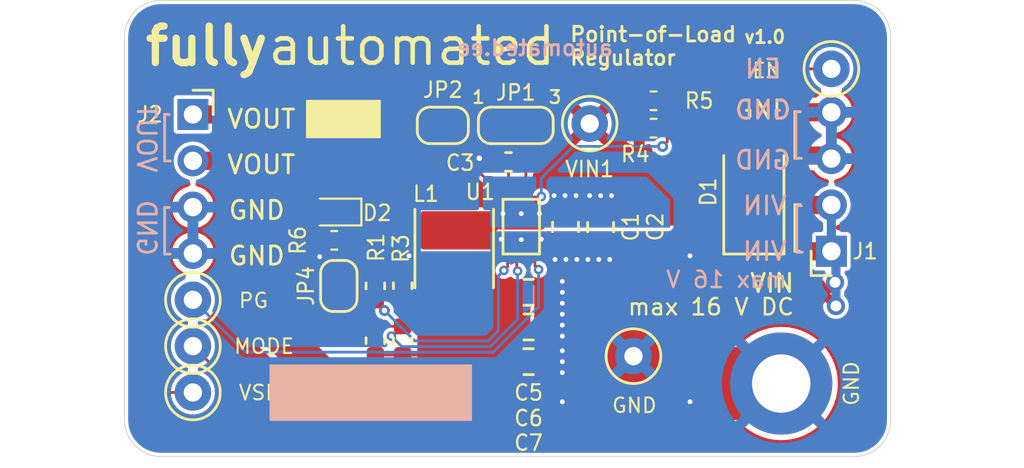
<source format=kicad_pcb>
(kicad_pcb (version 20221018) (generator pcbnew)
  (layers (0 "F.Cu" signal) (31 "B.Cu" signal) (34 "B.Paste" user) (35 "F.Paste" user) (36 "B.SilkS" user "B.Silkscreen") (37 "F.SilkS" user "F.Silkscreen") (38 "B.Mask" user) (39 "F.Mask" user) (44 "Edge.Cuts" user))
  (net 0 "")
  (net 1 "GND")
  (net 2 "/TPS62135 Power Supply/FB")
  (net 3 "+5V")
  (net 4 "VBUS")
  (net 5 "/TPS62135 Power Supply/MODE")
  (net 6 "/TPS62135 Power Supply/SW")
  (net 7 "/TPS62135 Power Supply/PGOOD")
  (net 8 "Net-(C3-Pad1)")
  (net 9 "Net-(JP2-Pad2)")
  (net 10 "Net-(JP4-Pad1)")
  (net 11 "Net-(C1-Pad1)")
  (net 12 "Net-(EN1-Pad1)")
  (net 13 "Net-(R4-Pad1)")
  (net 14 "Net-(D2-Pad1)")
  (footprint "Connector_PinSocket_2.54mm:PinSocket_1x04_P2.54mm_Horizontal" (layer "F.Cu") (at 121.75 95.25)
    (fp_text reference "J2" (at -2.35 0) (layer "F.SilkS") (effects (font (size 0.85 0.8) (thickness 0.12))))
    (fp_text value "OUT")
    (fp_line (start 0 -1.33) (end 1.11 -1.33) (stroke (width 0.1524)) (layer "F.SilkS"))
    (fp_line (start 1.11 -1.33) (end 1.11 0) (stroke (width 0.1524)) (layer "F.SilkS"))
    (pad "1" thru_hole rect (at 0 0) (size 1.7 1.7) (drill 1) (layers "*.Cu" "*.Mask") (net 3 "+5V"))
    (pad "2" thru_hole oval (at 0 2.54) (size 1.7 1.7) (drill 1) (layers "*.Cu" "*.Mask") (net 3 "+5V"))
    (pad "3" thru_hole oval (at 0 5.08) (size 1.7 1.7) (drill 1) (layers "*.Cu" "*.Mask") (net 1 "GND"))
    (pad "4" thru_hole oval (at 0 7.62) (size 1.7 1.7) (drill 1) (layers "*.Cu" "*.Mask") (net 1 "GND"))
  )
  (footprint "TestPoint:TestPoint_Loop_D1.80mm_Drill1.0mm_Beaded" (layer "F.Cu") (at 121.75 105.41)
    (fp_text reference "PG1" hide)
    (fp_text value "PG")
    (fp_circle (center 0 0) (end 1.5 0) (stroke (width 0.1524)) (fill none) (layer "F.SilkS"))
    (pad "1" thru_hole circle (at 0 0) (size 2 2) (drill 1) (layers "*.Cu" "*.Mask") (net 7 "/TPS62135 Power Supply/PGOOD"))
  )
  (footprint "TestPoint:TestPoint_Loop_D1.80mm_Drill1.0mm_Beaded" (layer "F.Cu") (at 121.75 107.95)
    (fp_text reference "MODE1" hide)
    (fp_text value "MODE")
    (fp_circle (center 0 0) (end 1.5 0) (stroke (width 0.1524)) (fill none) (layer "F.SilkS"))
    (pad "1" thru_hole circle (at 0 0) (size 2 2) (drill 1) (layers "*.Cu" "*.Mask") (net 5 "/TPS62135 Power Supply/MODE"))
  )
  (footprint "TestPoint:TestPoint_Loop_D1.80mm_Drill1.0mm_Beaded" (layer "F.Cu") (at 121.75 110.49)
    (fp_text reference "VSEL1" hide)
    (fp_text value "VSEL")
    (fp_circle (center 0 0) (end 1.5 0) (stroke (width 0.1524)) (fill none) (layer "F.SilkS"))
    (pad "1" thru_hole circle (at 0 0) (size 2 2) (drill 1) (layers "*.Cu" "*.Mask") (net 9 "Net-(JP2-Pad2)"))
  )
  (footprint "Capacitor_SMD:C_0805_2012Metric" (layer "F.Cu") (at 140.15 108.8)
    (fp_text reference "C7" (at 0 4.45) (layer "F.SilkS") (effects (font (size 0.85 0.8) (thickness 0.12))))
    (fp_text value "10uF/6.3V")
    (fp_line (start -0.258578 -0.71) (end 0.258578 -0.71) (stroke (width 0.1524)) (layer "F.SilkS"))
    (fp_line (start -0.258578 0.71) (end 0.258578 0.71) (stroke (width 0.1524)) (layer "F.SilkS"))
    (pad "1" smd roundrect (at -0.9375 0) (size 0.975 1.4) (layers "F.Cu" "F.Paste" "F.Mask") (net 3 "+5V"))
    (pad "2" smd roundrect (at 0.9375 0) (size 0.975 1.4) (layers "F.Cu" "F.Paste" "F.Mask") (net 1 "GND"))
  )
  (footprint "Capacitor_SMD:C_0805_2012Metric" (layer "F.Cu") (at 142.175 101.4125 -90)
    (fp_text reference "C2" (at 0 -4.925 90) (layer "F.SilkS") (effects (font (size 0.85 0.8) (thickness 0.12))))
    (fp_text value "2.2uF/25V")
    (fp_line (start -0.258578 -0.71) (end 0.258578 -0.71) (stroke (width 0.1524)) (layer "F.SilkS"))
    (fp_line (start -0.258578 0.71) (end 0.258578 0.71) (stroke (width 0.1524)) (layer "F.SilkS"))
    (pad "1" smd roundrect (at -0.9375 0 270) (size 0.975 1.4) (layers "F.Cu" "F.Paste" "F.Mask") (net 11 "Net-(C1-Pad1)"))
    (pad "2" smd roundrect (at 0.9375 0 270) (size 0.975 1.4) (layers "F.Cu" "F.Paste" "F.Mask") (net 1 "GND"))
  )
  (footprint "Automated:RGX_TI_VQFN-HR11" (layer "F.Cu") (at 139.75 101.4)
    (fp_text reference "U1" (at -2.25 -1.9) (layer "F.SilkS") (effects (font (size 0.85 0.8) (thickness 0.12))))
    (fp_text value "TPS62135")
    (fp_line (start -1 -1.5) (end -1 1.5) (stroke (width 0.1524)) (layer "F.SilkS"))
    (fp_line (start -1 1.5) (end 1 1.5) (stroke (width 0.1524)) (layer "F.SilkS"))
    (fp_line (start 1 -1.5) (end -1 -1.5) (stroke (width 0.1524)) (layer "F.SilkS"))
    (fp_line (start 1 1.5) (end 1 -1.5) (stroke (width 0.1524)) (layer "F.SilkS"))
    (pad "1" smd roundrect (at 0 -0.5) (size 2.4 0.35) (layers "F.Cu" "F.Paste" "F.Mask") (roundrect_rratio 0.1524) (net 11 "Net-(C1-Pad1)"))
    (pad "2" smd roundrect (at 0 0) (size 2.4 0.32) (layers "F.Cu" "F.Paste" "F.Mask") (roundrect_rratio 0.1524) (net 6 "/TPS62135 Power Supply/SW"))
    (pad "3" smd roundrect (at 0 0.5) (size 2.4 0.35) (layers "F.Cu" "F.Paste" "F.Mask") (roundrect_rratio 0.1524) (net 1 "GND"))
    (pad "4" smd roundrect (at -0.75 1.4) (size 0.25 0.6) (layers "F.Cu" "F.Paste" "F.Mask") (roundrect_rratio 0.1524) (net 10 "Net-(JP4-Pad1)"))
    (pad "5" smd roundrect (at -0.25 1.4) (size 0.25 0.6) (layers "F.Cu" "F.Paste" "F.Mask") (roundrect_rratio 0.1524) (net 2 "/TPS62135 Power Supply/FB"))
    (pad "6" smd roundrect (at 0.25 1.4) (size 0.25 0.6) (layers "F.Cu" "F.Paste" "F.Mask") (roundrect_rratio 0.1524) (net 3 "+5V"))
    (pad "7" smd roundrect (at 0.75 1.4) (size 0.25 0.6) (layers "F.Cu" "F.Paste" "F.Mask") (roundrect_rratio 0.1524) (net 7 "/TPS62135 Power Supply/PGOOD"))
    (pad "8" smd roundrect (at 0.75 -1.4) (size 0.25 0.6) (layers "F.Cu" "F.Paste" "F.Mask") (roundrect_rratio 0.1524) (net 13 "Net-(R4-Pad1)"))
    (pad "9" smd roundrect (at 0.25 -1.4) (size 0.25 0.6) (layers "F.Cu" "F.Paste" "F.Mask") (roundrect_rratio 0.1524) (net 8 "Net-(C3-Pad1)"))
    (pad "10" smd roundrect (at -0.25 -1.4) (size 0.25 0.6) (layers "F.Cu" "F.Paste" "F.Mask") (roundrect_rratio 0.1524) (net 5 "/TPS62135 Power Supply/MODE"))
    (pad "11" smd roundrect (at -0.75 -1.4) (size 0.25 0.6) (layers "F.Cu" "F.Paste" "F.Mask") (roundrect_rratio 0.1524) (net 9 "Net-(JP2-Pad2)"))
  )
  (footprint "Jumper:SolderJumper-2_P1.3mm_Bridged_RoundedPad1.0x1.5mm" (layer "F.Cu") (at 129.75 104.65 90)
    (fp_text reference "JP4" (at 0 -1.8 90) (layer "F.SilkS") (effects (font (size 0.85 0.8) (thickness 0.12))))
    (fp_text value "SolderJumper_2_Bridged")
    (fp_poly (pts (xy 0.25 -0.3) (xy -0.25 -0.3) (xy -0.25 0.3) (xy 0.25 0.3)) (fill solid) (layer "F.Cu"))
    (fp_line (start -1.4 0.3) (end -1.4 -0.3) (stroke (width 0.1524)) (layer "F.SilkS"))
    (fp_line (start -0.7 -1) (end 0.7 -1) (stroke (width 0.1524)) (layer "F.SilkS"))
    (fp_line (start 0.7 1) (end -0.7 1) (stroke (width 0.1524)) (layer "F.SilkS"))
    (fp_line (start 1.4 -0.3) (end 1.4 0.3) (stroke (width 0.1524)) (layer "F.SilkS"))
    (fp_arc (start -1.4 -0.3) (mid -1.194975 -0.794975) (end -0.7 -1) (stroke (width 0.1524)) (layer "F.SilkS"))
    (fp_arc (start -0.7 1) (mid -1.194975 0.794975) (end -1.4 0.3) (stroke (width 0.1524)) (layer "F.SilkS"))
    (fp_arc (start 0.7 -1) (mid 1.194975 -0.794975) (end 1.4 -0.3) (stroke (width 0.1524)) (layer "F.SilkS"))
    (fp_arc (start 1.4 0.3) (mid 1.194975 0.794975) (end 0.7 1) (stroke (width 0.1524)) (layer "F.SilkS"))
    (pad "1" smd custom (at -0.65 0 90) (size 1 0.5) (layers "F.Cu" "F.Mask") (net 10 "Net-(JP4-Pad1)") (options (clearance outline) (anchor rect)) (primitives (gr_circle (center 0 0.25) (end 0.5 0.25) (width 0) (fill yes)) (gr_circle (center 0 -0.25) (end 0.5 -0.25) (width 0) (fill yes)) (gr_poly (pts (xy 0 -0.75) (xy 0.5 -0.75) (xy 0.5 0.75) (xy 0 0.75)) (width 0) (fill yes))))
    (pad "2" smd custom (at 0.65 0 90) (size 1 0.5) (layers "F.Cu" "F.Mask") (net 1 "GND") (options (clearance outline) (anchor rect)) (primitives (gr_circle (center 0 0.25) (end 0.5 0.25) (width 0) (fill yes)) (gr_circle (center 0 -0.25) (end 0.5 -0.25) (width 0) (fill yes)) (gr_poly (pts (xy 0 -0.75) (xy -0.5 -0.75) (xy -0.5 0.75) (xy 0 0.75)) (width 0) (fill yes))))
  )
  (footprint "Jumper:SolderJumper-3_P1.3mm_Bridged12_RoundedPad1.0x1.5mm_NumberLabels" (layer "F.Cu") (at 139.45 95.85)
    (fp_text reference "JP1" (at 0 -1.8) (layer "F.SilkS") (effects (font (size 0.85 0.8) (thickness 0.12))))
    (fp_text value "SolderJumper_3_Bridged12")
    (fp_text user "3" (at 2.15 -1.55) (layer "F.SilkS") (effects (font (size 0.7 0.7) (thickness 0.12))))
    (fp_text user "1" (at -2.05 -1.55) (layer "F.SilkS") (effects (font (size 0.7 0.7) (thickness 0.12))))
    (fp_poly (pts (xy -0.9 -0.3) (xy -0.4 -0.3) (xy -0.4 0.3) (xy -0.9 0.3)) (fill solid) (layer "F.Cu"))
    (fp_line (start -2.05 0.3) (end -2.05 -0.3) (stroke (width 0.1524)) (layer "F.SilkS"))
    (fp_line (start -1.4 -1) (end 1.4 -1) (stroke (width 0.1524)) (layer "F.SilkS"))
    (fp_line (start 1.4 1) (end -1.4 1) (stroke (width 0.1524)) (layer "F.SilkS"))
    (fp_line (start 2.05 -0.3) (end 2.05 0.3) (stroke (width 0.1524)) (layer "F.SilkS"))
    (fp_arc (start -2.05 -0.3) (mid -1.844975 -0.794975) (end -1.35 -1) (stroke (width 0.1524)) (layer "F.SilkS"))
    (fp_arc (start -1.35 1) (mid -1.844975 0.794975) (end -2.05 0.3) (stroke (width 0.1524)) (layer "F.SilkS"))
    (fp_arc (start 1.35 -1) (mid 1.844975 -0.794975) (end 2.05 -0.3) (stroke (width 0.1524)) (layer "F.SilkS"))
    (fp_arc (start 2.05 0.3) (mid 1.844975 0.794975) (end 1.35 1) (stroke (width 0.1524)) (layer "F.SilkS"))
    (pad "1" smd custom (at -1.3 0) (size 1 0.5) (layers "F.Cu" "F.Mask") (net 1 "GND") (options (clearance outline) (anchor rect)) (primitives (gr_poly (pts (xy 0.55 -0.75) (xy 0 -0.75) (xy 0 0.75) (xy 0.55 0.75)) (width 0) (fill yes)) (gr_circle (center 0 0.25) (end 0.5 0.25) (width 0) (fill yes)) (gr_circle (center 0 -0.25) (end 0.5 -0.25) (width 0) (fill yes))))
    (pad "2" smd rect (at 0 0) (size 1 1.5) (layers "F.Cu" "F.Mask") (net 5 "/TPS62135 Power Supply/MODE"))
    (pad "3" smd custom (at 1.3 0) (size 1 0.5) (layers "F.Cu" "F.Mask") (net 11 "Net-(C1-Pad1)") (options (clearance outline) (anchor rect)) (primitives (gr_circle (center 0 0.25) (end 0.5 0.25) (width 0) (fill yes)) (gr_circle (center 0 -0.25) (end 0.5 -0.25) (width 0) (fill yes)) (gr_poly (pts (xy -0.55 -0.75) (xy 0 -0.75) (xy 0 0.75) (xy -0.55 0.75)) (width 0) (fill yes))))
  )
  (footprint "Resistor_SMD:R_0603_1608Metric" (layer "F.Cu") (at 131.75 104.65 90)
    (fp_text reference "R1" (at 2.1 0.05 90) (layer "F.SilkS") (effects (font (size 0.85 0.8) (thickness 0.12))))
    (fp_text value "dnp")
    (fp_line (start -0.162779 -0.51) (end 0.162779 -0.51) (stroke (width 0.1524)) (layer "F.SilkS"))
    (fp_line (start -0.162779 0.51) (end 0.162779 0.51) (stroke (width 0.1524)) (layer "F.SilkS"))
    (pad "1" smd roundrect (at -0.7875 0 90) (size 0.875 0.95) (layers "F.Cu" "F.Paste" "F.Mask") (net 10 "Net-(JP4-Pad1)"))
    (pad "2" smd roundrect (at 0.7875 0 90) (size 0.875 0.95) (layers "F.Cu" "F.Paste" "F.Mask") (net 1 "GND"))
  )
  (footprint "TestPoint:TestPoint_Loop_D1.80mm_Drill1.0mm_Beaded" (layer "F.Cu") (at 145.9 108.5)
    (fp_text reference "TP1" hide)
    (fp_text value "GND")
    (fp_circle (center 0 0) (end 1.5 0) (stroke (width 0.1524)) (fill none) (layer "F.SilkS"))
    (pad "1" thru_hole circle (at 0 0) (size 2 2) (drill 1) (layers "*.Cu" "*.Mask") (net 1 "GND"))
  )
  (footprint "Capacitor_SMD:C_0603_1608Metric" (layer "F.Cu") (at 131.75 107.65 90)
    (fp_text reference "C4" (at -2.15 0 90) (layer "F.SilkS") (effects (font (size 0.85 0.8) (thickness 0.12))))
    (fp_text value "22pF/50V")
    (fp_line (start -0.162779 -0.51) (end 0.162779 -0.51) (stroke (width 0.1524)) (layer "F.SilkS"))
    (fp_line (start -0.162779 0.51) (end 0.162779 0.51) (stroke (width 0.1524)) (layer "F.SilkS"))
    (pad "1" smd roundrect (at -0.7875 0 90) (size 0.875 0.95) (layers "F.Cu" "F.Paste" "F.Mask") (net 3 "+5V"))
    (pad "2" smd roundrect (at 0.7875 0 90) (size 0.875 0.95) (layers "F.Cu" "F.Paste" "F.Mask") (net 2 "/TPS62135 Power Supply/FB"))
  )
  (footprint "Capacitor_SMD:C_0603_1608Metric" (layer "F.Cu") (at 139.05 97.85 180)
    (fp_text reference "C3" (at 2.65 -0.05) (layer "F.SilkS") (effects (font (size 0.85 0.8) (thickness 0.12))))
    (fp_text value "100nF/25V")
    (fp_line (start -0.162779 -0.51) (end 0.162779 -0.51) (stroke (width 0.1524)) (layer "F.SilkS"))
    (fp_line (start -0.162779 0.51) (end 0.162779 0.51) (stroke (width 0.1524)) (layer "F.SilkS"))
    (pad "1" smd roundrect (at -0.7875 0 180) (size 0.875 0.95) (layers "F.Cu" "F.Paste" "F.Mask") (net 8 "Net-(C3-Pad1)"))
    (pad "2" smd roundrect (at 0.7875 0 180) (size 0.875 0.95) (layers "F.Cu" "F.Paste" "F.Mask") (net 1 "GND"))
  )
  (footprint "Capacitor_SMD:C_0805_2012Metric" (layer "F.Cu") (at 144.1 101.425 -90)
    (fp_text reference "C1" (at 0 -1.65 90) (layer "F.SilkS") (effects (font (size 0.85 0.8) (thickness 0.12))))
    (fp_text value "2.2uF/25V")
    (fp_line (start -0.258578 -0.71) (end 0.258578 -0.71) (stroke (width 0.1524)) (layer "F.SilkS"))
    (fp_line (start -0.258578 0.71) (end 0.258578 0.71) (stroke (width 0.1524)) (layer "F.SilkS"))
    (pad "1" smd roundrect (at -0.9375 0 270) (size 0.975 1.4) (layers "F.Cu" "F.Paste" "F.Mask") (net 11 "Net-(C1-Pad1)"))
    (pad "2" smd roundrect (at 0.9375 0 270) (size 0.975 1.4) (layers "F.Cu" "F.Paste" "F.Mask") (net 1 "GND"))
  )
  (footprint "Resistor_SMD:R_0603_1608Metric" (layer "F.Cu") (at 133.25 104.6375 90)
    (fp_text reference "R3" (at 2.0375 -0.1 90) (layer "F.SilkS") (effects (font (size 0.85 0.8) (thickness 0.12))))
    (fp_text value "39k")
    (fp_line (start -0.162779 -0.51) (end 0.162779 -0.51) (stroke (width 0.1524)) (layer "F.SilkS"))
    (fp_line (start -0.162779 0.51) (end 0.162779 0.51) (stroke (width 0.1524)) (layer "F.SilkS"))
    (pad "1" smd roundrect (at -0.7875 0 90) (size 0.875 0.95) (layers "F.Cu" "F.Paste" "F.Mask") (net 2 "/TPS62135 Power Supply/FB"))
    (pad "2" smd roundrect (at 0.7875 0 90) (size 0.875 0.95) (layers "F.Cu" "F.Paste" "F.Mask") (net 1 "GND"))
  )
  (footprint "Capacitor_SMD:C_0805_2012Metric" (layer "F.Cu") (at 140.15 105)
    (fp_text reference "C5" (at 0 5.5) (layer "F.SilkS") (effects (font (size 0.85 0.8) (thickness 0.12))))
    (fp_text value "10uF/6.3V")
    (fp_line (start -0.258578 -0.71) (end 0.258578 -0.71) (stroke (width 0.1524)) (layer "F.SilkS"))
    (fp_line (start -0.258578 0.71) (end 0.258578 0.71) (stroke (width 0.1524)) (layer "F.SilkS"))
    (pad "1" smd roundrect (at -0.9375 0) (size 0.975 1.4) (layers "F.Cu" "F.Paste" "F.Mask") (net 3 "+5V"))
    (pad "2" smd roundrect (at 0.9375 0) (size 0.975 1.4) (layers "F.Cu" "F.Paste" "F.Mask") (net 1 "GND"))
  )
  (footprint "Resistor_SMD:R_0603_1608Metric" (layer "F.Cu") (at 133.25 107.65 90)
    (fp_text reference "R2" (at -2.15 0 90) (layer "F.SilkS") (effects (font (size 0.85 0.8) (thickness 0.12))))
    (fp_text value "240k")
    (fp_line (start -0.162779 -0.51) (end 0.162779 -0.51) (stroke (width 0.1524)) (layer "F.SilkS"))
    (fp_line (start -0.162779 0.51) (end 0.162779 0.51) (stroke (width 0.1524)) (layer "F.SilkS"))
    (pad "1" smd roundrect (at -0.7875 0 90) (size 0.875 0.95) (layers "F.Cu" "F.Paste" "F.Mask") (net 3 "+5V"))
    (pad "2" smd roundrect (at 0.7875 0 90) (size 0.875 0.95) (layers "F.Cu" "F.Paste" "F.Mask") (net 2 "/TPS62135 Power Supply/FB"))
  )
  (footprint "NetTie:NetTie-2_SMD_Pad2.0mm" (layer "F.Cu") (at 153.55 105 180)
    (fp_text reference "NT1" hide)
    (fp_text value "Net-Tie_2")
    (fp_poly (pts (xy -2 -1) (xy 2 -1) (xy 2 1) (xy -2 1)) (fill solid) (layer "F.Cu"))
    (pad "1" smd circle (at -2 0 180) (size 2 2) (layers "F.Cu") (net 4 "VBUS"))
    (pad "2" smd circle (at 2 0 180) (size 2 2) (layers "F.Cu") (net 11 "Net-(C1-Pad1)"))
  )
  (footprint "TestPoint:TestPoint_Loop_D1.80mm_Drill1.0mm_Beaded" (layer "F.Cu") (at 143.5 95.75)
    (fp_text reference "VIN1" (at 0 2.5) (layer "F.SilkS") (effects (font (size 0.85 0.8) (thickness 0.12))))
    (fp_text value "VIN")
    (fp_circle (center 0 0) (end 1.5 0) (stroke (width 0.1524)) (fill none) (layer "F.SilkS"))
    (pad "1" thru_hole circle (at 0 0) (size 2 2) (drill 1) (layers "*.Cu" "*.Mask") (net 11 "Net-(C1-Pad1)"))
  )
  (footprint "Inductor_SMD:L_Coilcraft_XxL4020" (layer "F.Cu") (at 136.075 102.6 -90)
    (fp_text reference "L1" (at -3 1.55 180) (layer "F.SilkS") (effects (font (size 0.85 0.8) (thickness 0.12))))
    (fp_text value "XGL4020-102ME_")
    (fp_line (start -2.154 -2.154) (end 2.154 -2.154) (stroke (width 0.1524)) (layer "F.SilkS"))
    (fp_line (start 2.154 2.154) (end -2.154 2.154) (stroke (width 0.1524)) (layer "F.SilkS"))
    (pad "1" smd rect (at -1.185 0 270) (size 0.98 3.4) (layers "F.Cu" "F.Paste" "F.Mask") (net 6 "/TPS62135 Power Supply/SW"))
    (pad "2" smd rect (at 1.185 0 270) (size 0.98 3.4) (layers "F.Cu" "F.Paste" "F.Mask") (net 3 "+5V"))
  )
  (footprint "Capacitor_SMD:C_0805_2012Metric" (layer "F.Cu") (at 140.15 106.9)
    (fp_text reference "C6" (at 0 5) (layer "F.SilkS") (effects (font (size 0.85 0.8) (thickness 0.12))))
    (fp_text value "10uF/6.3V")
    (fp_line (start -0.258578 -0.71) (end 0.258578 -0.71) (stroke (width 0.1524)) (layer "F.SilkS"))
    (fp_line (start -0.258578 0.71) (end 0.258578 0.71) (stroke (width 0.1524)) (layer "F.SilkS"))
    (pad "1" smd roundrect (at -0.9375 0) (size 0.975 1.4) (layers "F.Cu" "F.Paste" "F.Mask") (net 3 "+5V"))
    (pad "2" smd roundrect (at 0.9375 0) (size 0.975 1.4) (layers "F.Cu" "F.Paste" "F.Mask") (net 1 "GND"))
  )
  (footprint "Jumper:SolderJumper-2_P1.3mm_Bridged_RoundedPad1.0x1.5mm" (layer "F.Cu") (at 135.45 95.85 180)
    (fp_text reference "JP2" (at 0 1.95) (layer "F.SilkS") (effects (font (size 0.85 0.8) (thickness 0.12))))
    (fp_text value "SolderJumper_2_Bridged")
    (fp_poly (pts (xy 0.25 -0.3) (xy -0.25 -0.3) (xy -0.25 0.3) (xy 0.25 0.3)) (fill solid) (layer "F.Cu"))
    (fp_line (start -1.4 0.3) (end -1.4 -0.3) (stroke (width 0.1524)) (layer "F.SilkS"))
    (fp_line (start -0.7 -1) (end 0.7 -1) (stroke (width 0.1524)) (layer "F.SilkS"))
    (fp_line (start 0.7 1) (end -0.7 1) (stroke (width 0.1524)) (layer "F.SilkS"))
    (fp_line (start 1.4 -0.3) (end 1.4 0.3) (stroke (width 0.1524)) (layer "F.SilkS"))
    (fp_arc (start -1.4 -0.3) (mid -1.194975 -0.794975) (end -0.7 -1) (stroke (width 0.1524)) (layer "F.SilkS"))
    (fp_arc (start -0.7 1) (mid -1.194975 0.794975) (end -1.4 0.3) (stroke (width 0.1524)) (layer "F.SilkS"))
    (fp_arc (start 0.7 -1) (mid 1.194975 -0.794975) (end 1.4 -0.3) (stroke (width 0.1524)) (layer "F.SilkS"))
    (fp_arc (start 1.4 0.3) (mid 1.194975 0.794975) (end 0.7 1) (stroke (width 0.1524)) (layer "F.SilkS"))
    (pad "1" smd custom (at -0.65 0 180) (size 1 0.5) (layers "F.Cu" "F.Mask") (net 1 "GND") (options (clearance outline) (anchor rect)) (primitives (gr_circle (center 0 0.25) (end 0.5 0.25) (width 0) (fill yes)) (gr_circle (center 0 -0.25) (end 0.5 -0.25) (width 0) (fill yes)) (gr_poly (pts (xy 0 -0.75) (xy 0.5 -0.75) (xy 0.5 0.75) (xy 0 0.75)) (width 0) (fill yes))))
    (pad "2" smd custom (at 0.65 0 180) (size 1 0.5) (layers "F.Cu" "F.Mask") (net 9 "Net-(JP2-Pad2)") (options (clearance outline) (anchor rect)) (primitives (gr_circle (center 0 0.25) (end 0.5 0.25) (width 0) (fill yes)) (gr_circle (center 0 -0.25) (end 0.5 -0.25) (width 0) (fill yes)) (gr_poly (pts (xy 0 -0.75) (xy -0.5 -0.75) (xy -0.5 0.75) (xy 0 0.75)) (width 0) (fill yes))))
  )
  (footprint "Connector_PinSocket_2.54mm:PinSocket_1x04_P2.54mm_Horizontal" (layer "F.Cu") (at 156.75 102.75 180)
    (fp_text reference "J1" (at -1.85 0) (layer "F.SilkS") (effects (font (size 0.85 0.8) (thickness 0.12))))
    (fp_text value "IN")
    (fp_line (start 0 -1.33) (end 1.11 -1.33) (stroke (width 0.1524)) (layer "F.SilkS"))
    (fp_line (start 1.11 -1.33) (end 1.11 0) (stroke (width 0.1524)) (layer "F.SilkS"))
    (pad "1" thru_hole rect (at 0 0 180) (size 1.7 1.7) (drill 1) (layers "*.Cu" "*.Mask") (net 4 "VBUS"))
    (pad "2" thru_hole oval (at 0 2.54 180) (size 1.7 1.7) (drill 1) (layers "*.Cu" "*.Mask") (net 4 "VBUS"))
    (pad "3" thru_hole oval (at 0 5.08 180) (size 1.7 1.7) (drill 1) (layers "*.Cu" "*.Mask") (net 1 "GND"))
    (pad "4" thru_hole oval (at 0 7.62 180) (size 1.7 1.7) (drill 1) (layers "*.Cu" "*.Mask") (net 1 "GND"))
  )
  (footprint "TestPoint:TestPoint_Loop_D1.80mm_Drill1.0mm_Beaded" (layer "F.Cu") (at 156.75 92.75)
    (fp_text reference "EN" hide)
    (fp_text value "EN")
    (fp_circle (center 0 0) (end 1.5 0) (stroke (width 0.1524)) (fill none) (layer "F.SilkS"))
    (pad "1" thru_hole circle (at 0 0) (size 2 2) (drill 1) (layers "*.Cu" "*.Mask") (net 12 "Net-(EN1-Pad1)"))
  )
  (footprint "Diode_SMD:D_SMA" (layer "F.Cu") (at 152.5 99.5 90)
    (fp_text reference "D1" (at 0 -2.5 90) (layer "F.SilkS") (effects (font (size 0.85 0.8) (thickness 0.12))))
    (fp_text value "SMAJ15A-13-F")
    (fp_line (start -3.4 -1.65) (end -3.4 1.65) (stroke (width 0.1524)) (layer "F.SilkS"))
    (fp_line (start -3.4 -1.65) (end 2 -1.65) (stroke (width 0.1524)) (layer "F.SilkS"))
    (fp_line (start -3.4 1.65) (end 2 1.65) (stroke (width 0.1524)) (layer "F.SilkS"))
    (pad "1" smd rect (at -2 0 90) (size 2.5 1.8) (layers "F.Cu" "F.Paste" "F.Mask") (net 4 "VBUS"))
    (pad "2" smd rect (at 2 0 90) (size 2.5 1.8) (layers "F.Cu" "F.Paste" "F.Mask") (net 1 "GND"))
  )
  (footprint "MountingHole:MountingHole_3.2mm_M3_DIN965_Pad" (layer "F.Cu") (at 154 110)
    (fp_text reference "H1" hide)
    (fp_text value "MountingHole_Pad")
    (pad "1" thru_hole circle (at 0 0) (size 5.6 5.6) (drill 3.2) (layers "*.Cu" "*.Mask") (net 1 "GND"))
  )
  (footprint "Resistor_SMD:R_0603_1608Metric" (layer "F.Cu") (at 147 96 180)
    (fp_text reference "R4" (at 1 -1.43) (layer "F.SilkS") (effects (font (size 0.85 0.8) (thickness 0.12))))
    (fp_text value "10k")
    (fp_line (start -0.162779 -0.51) (end 0.162779 -0.51) (stroke (width 0.12)) (layer "F.SilkS"))
    (fp_line (start -0.162779 0.51) (end 0.162779 0.51) (stroke (width 0.12)) (layer "F.SilkS"))
    (pad "1" smd roundrect (at -0.7875 0 180) (size 0.875 0.95) (layers "F.Cu" "F.Paste" "F.Mask") (net 13 "Net-(R4-Pad1)"))
    (pad "2" smd roundrect (at 0.7875 0 180) (size 0.875 0.95) (layers "F.Cu" "F.Paste" "F.Mask") (net 11 "Net-(C1-Pad1)"))
  )
  (footprint "Resistor_SMD:R_0603_1608Metric" (layer "F.Cu") (at 147 94.5)
    (fp_text reference "R5" (at 2.5 0) (layer "F.SilkS") (effects (font (size 0.85 0.8) (thickness 0.12))))
    (fp_text value "100")
    (fp_line (start -0.162779 -0.51) (end 0.162779 -0.51) (stroke (width 0.12)) (layer "F.SilkS"))
    (fp_line (start -0.162779 0.51) (end 0.162779 0.51) (stroke (width 0.12)) (layer "F.SilkS"))
    (pad "1" smd roundrect (at -0.7875 0) (size 0.875 0.95) (layers "F.Cu" "F.Paste" "F.Mask") (net 12 "Net-(EN1-Pad1)"))
    (pad "2" smd roundrect (at 0.7875 0) (size 0.875 0.95) (layers "F.Cu" "F.Paste" "F.Mask") (net 13 "Net-(R4-Pad1)"))
  )
  (footprint "LED_SMD:LED_0603_1608Metric" (layer "F.Cu") (at 129.5 100.6 180)
    (fp_text reference "D2" (at -2.35 -0.05) (layer "F.SilkS") (effects (font (size 0.85 0.8) (thickness 0.12))))
    (fp_text value "LED_Small_ALT")
    (fp_line (start -1.485 -0.735) (end -1.485 0.735) (stroke (width 0.12)) (layer "F.SilkS"))
    (fp_line (start -1.485 0.735) (end 0.8 0.735) (stroke (width 0.12)) (layer "F.SilkS"))
    (fp_line (start 0.8 -0.735) (end -1.485 -0.735) (stroke (width 0.12)) (layer "F.SilkS"))
    (pad "1" smd roundrect (at -0.7875 0 180) (size 0.875 0.95) (layers "F.Cu" "F.Paste" "F.Mask") (net 14 "Net-(D2-Pad1)"))
    (pad "2" smd roundrect (at 0.7875 0 180) (size 0.875 0.95) (layers "F.Cu" "F.Paste" "F.Mask") (net 3 "+5V"))
  )
  (footprint "Resistor_SMD:R_0603_1608Metric" (layer "F.Cu") (at 129.5 102.15 180)
    (fp_text reference "R6" (at 2 0 90) (layer "F.SilkS") (effects (font (size 0.85 0.8) (thickness 0.12))))
    (fp_text value "2k2")
    (fp_line (start -0.162779 -0.51) (end 0.162779 -0.51) (stroke (width 0.12)) (layer "F.SilkS"))
    (fp_line (start -0.162779 0.51) (end 0.162779 0.51) (stroke (width 0.12)) (layer "F.SilkS"))
    (pad "1" smd roundrect (at -0.7875 0 180) (size 0.875 0.95) (layers "F.Cu" "F.Paste" "F.Mask") (net 14 "Net-(D2-Pad1)"))
    (pad "2" smd roundrect (at 0.7875 0 180) (size 0.875 0.95) (layers "F.Cu" "F.Paste" "F.Mask") (net 1 "GND"))
  )
  (footprint "Automated:fully_automated_logo_soldermask" (layer "B.Cu") (at 129.75 97.1 180)
    (fp_text reference "G1" hide)
    (fp_text value "Fully_Automated_Logo" hide)
    (fp_text user "automated.ee" (at -10.75 5.5) (layer "B.SilkS") (effects (font (size 0.85 0.85) (thickness 0.1524)) (justify mirror)))
  )
  (gr_line (start 154.85 102.8) (end 155.15 102.8) (stroke (width 0.1524)) (layer "B.SilkS"))
  (gr_line (start 155.1 100.25) (end 154.85 100.25) (stroke (width 0.1524)) (layer "B.SilkS"))
  (gr_line (start 154.85 100.25) (end 154.85 102.8) (stroke (width 0.1524)) (layer "B.SilkS"))
  (gr_line (start 155.05 95.1) (end 154.8 95.1) (stroke (width 0.1524)) (layer "B.SilkS"))
  (gr_line (start 154.8 95.1) (end 154.8 97.65) (stroke (width 0.1524)) (layer "B.SilkS"))
  (gr_line (start 154.8 97.65) (end 155.1 97.65) (stroke (width 0.1524)) (layer "B.SilkS"))
  (gr_poly (pts (xy 137 112) (xy 126 112) (xy 126 109) (xy 137 109)) (stroke (width 0.1)) (fill solid) (layer "B.SilkS"))
  (gr_line (start 120.2 97.8) (end 120.5 97.8) (stroke (width 0.1524)) (layer "B.SilkS"))
  (gr_line (start 120.45 95.25) (end 120.2 95.25) (stroke (width 0.1524)) (layer "B.SilkS"))
  (gr_line (start 120.2 95.25) (end 120.2 97.8) (stroke (width 0.1524)) (layer "B.SilkS"))
  (gr_line (start 120.2 100.35) (end 120.2 102.9) (stroke (width 0.1524)) (layer "B.SilkS"))
  (gr_line (start 120.45 100.35) (end 120.2 100.35) (stroke (width 0.1524)) (layer "B.SilkS"))
  (gr_line (start 120.2 102.9) (end 120.5 102.9) (stroke (width 0.1524)) (layer "B.SilkS"))
  (gr_line (start 155 102.75) (end 154.75 102.75) (stroke (width 0.1524)) (layer "F.SilkS"))
  (gr_line (start 154.75 102.75) (end 154.75 100.2) (stroke (width 0.1524)) (layer "F.SilkS"))
  (gr_line (start 154.75 100.2) (end 155.05 100.2) (stroke (width 0.1524)) (layer "F.SilkS"))
  (gr_line (start 154.75 95.1) (end 155.05 95.1) (stroke (width 0.1524)) (layer "F.SilkS"))
  (gr_line (start 155 97.65) (end 154.75 97.65) (stroke (width 0.1524)) (layer "F.SilkS"))
  (gr_line (start 154.75 97.65) (end 154.75 95.1) (stroke (width 0.1524)) (layer "F.SilkS"))
  (gr_poly (pts (xy 128 94.5) (xy 128 96.5) (xy 132 96.5) (xy 132 94.5)) (stroke (width 0.1)) (fill solid) (layer "F.SilkS"))
  (gr_line (start 118 91) (end 118 112) (stroke (width 0.05)) (layer "Edge.Cuts"))
  (gr_arc (start 120 114) (mid 118.585786 113.414214) (end 118 112) (stroke (width 0.05)) (layer "Edge.Cuts"))
  (gr_arc (start 160 112) (mid 159.414214 113.414214) (end 158 114) (stroke (width 0.05)) (layer "Edge.Cuts"))
  (gr_line (start 120 114) (end 158 114) (stroke (width 0.05)) (layer "Edge.Cuts"))
  (gr_line (start 158 89) (end 120 89) (stroke (width 0.05)) (layer "Edge.Cuts"))
  (gr_arc (start 158 89) (mid 159.414214 89.585786) (end 160 91) (stroke (width 0.05)) (layer "Edge.Cuts"))
  (gr_line (start 160 112) (end 160 91) (stroke (width 0.05)) (layer "Edge.Cuts"))
  (gr_arc (start 118 91) (mid 118.585786 89.585786) (end 120 89) (stroke (width 0.05)) (layer "Edge.Cuts"))
  (gr_text "VIN" (at 153.1 100.25) (layer "B.SilkS") (effects (font (size 1 1) (thickness 0.1524)) (justify mirror)))
  (gr_text "EN" (at 153 92.75) (layer "B.SilkS") (effects (font (size 1 1) (thickness 0.1524)) (justify mirror)))
  (gr_text "VIN" (at 153.1 102.75) (layer "B.SilkS") (effects (font (size 1 1) (thickness 0.1524)) (justify mirror)))
  (gr_text "GND" (at 153 97.75) (layer "B.SilkS") (effects (font (size 1 1) (thickness 0.1524)) (justify mirror)))
  (gr_text "GND" (at 153 95) (layer "B.SilkS") (effects (font (size 1 1) (thickness 0.1524)) (justify mirror)))
  (gr_text "max 16 V" (at 151 104.3) (layer "B.SilkS") (effects (font (size 0.9 0.9) (thickness 0.13)) (justify mirror)))
  (gr_text "GND  VOUT" (at 119.2 98.85 270) (layer "B.SilkS") (effects (font (size 1 1)) (justify mirror)))
  (gr_text "VOUT" (at 125.5 98) (layer "F.SilkS") (effects (font (size 1 1) (thickness 0.1524))))
  (gr_text "VOUT" (at 125.5 95.5) (layer "F.SilkS") (effects (font (size 1 1) (thickness 0.1524))))
  (gr_text "fully" (at 122.5 91.5) (layer "F.SilkS") (effects (font (size 2 2) (thickness 0.4))))
  (gr_text "automated" (at 133.75 91.5) (layer "F.SilkS") (effects (font (size 2 2) (thickness 0.25))))
  (gr_text "v1.0" (at 153.1 91) (layer "F.SilkS") (effects (font (size 0.7 0.7))))
  (gr_text "max 16 V DC" (at 150.15 105.8) (layer "F.SilkS") (effects (font (size 0.9 0.9) (thickness 0.13))))
  (gr_text "GND" (at 145.95 111.2) (layer "F.SilkS") (effects (font (size 0.8 0.8) (thickness 0.11))))
  (gr_text "GND" (at 157.85 110 90) (layer "F.SilkS") (effects (font (size 0.8 0.8) (thickness 0.11))))
  (gr_text "PG" (at 124.2 105.45) (layer "F.SilkS") (effects (font (size 0.8 0.8) (thickness 0.11)) (justify left)))
  (gr_text "GND" (at 125.25 100.5) (layer "F.SilkS") (effects (font (size 1 1) (thickness 0.1524))))
  (gr_text "GND" (at 153 95) (layer "F.SilkS") (effects (font (size 1 1) (thickness 0.1524))))
  (gr_text "VSEL" (at 124.2 110.5) (layer "F.SilkS") (effects (font (size 0.8 0.8) (thickness 0.11)) (justify left)))
  (gr_text "Point-of-Load\nRegulator" (at 142.35 91.5) (layer "F.SilkS") (effects (font (size 0.8 0.8) (thickness 0.1524)) (justify left)))
  (gr_text "EN" (at 153.2 92.85) (layer "F.SilkS") (effects (font (size 0.8 0.8) (thickness 0.11))))
  (gr_text "GND" (at 125.25 103) (layer "F.SilkS") (effects (font (size 1 1) (thickness 0.1524))))
  (gr_text "VIN" (at 153.5 104.5) (layer "F.SilkS") (effects (font (size 1 1) (thickness 0.1524))))
  (gr_text "MODE" (at 125.65 107.96) (layer "F.SilkS") (effects (font (size 0.8 0.8) (thickness 0.11))))
  (segment (start 137.65 97.85) (end 137.45 97.65) (width 0.1524) (layer "F.Cu") (net 1))
  (segment (start 138.2625 97.85) (end 137.65 97.85) (width 0.1524) (layer "F.Cu") (net 1))
  (segment (start 138.2625 97.85) (end 138.2625 95.9625) (width 0.1524) (layer "F.Cu") (net 1))
  (segment (start 131.75 103.8625) (end 133.2375 103.8625) (width 0.1524) (layer "F.Cu") (net 1))
  (segment (start 156.75 95.13) (end 153.07 95.13) (width 1) (layer "F.Cu") (net 1))
  (segment (start 133.2375 103.8625) (end 133.25 103.85) (width 0.1524) (layer "F.Cu") (net 1))
  (segment (start 152.5 97.5) (end 156.58 97.5) (width 1) (layer "F.Cu") (net 1))
  (segment (start 138.15 95.85) (end 136.1 95.85) (width 0.1524) (layer "F.Cu") (net 1))
  (segment (start 133.25 103.85) (end 133.25 103.35) (width 0.1524) (layer "F.Cu") (net 1))
  (segment (start 153.07 95.13) (end 152.5 95.7) (width 1) (layer "F.Cu") (net 1))
  (segment (start 131.6125 104) (end 131.75 103.8625) (width 0.1524) (layer "F.Cu") (net 1))
  (segment (start 129.75 104) (end 131.6125 104) (width 0.1524) (layer "F.Cu") (net 1))
  (segment (start 156.58 97.5) (end 156.75 97.67) (width 1) (layer "F.Cu") (net 1))
  (segment (start 133.25 103.35) (end 133.6 103) (width 0.1524) (layer "F.Cu") (net 1))
  (segment (start 128.7125 102.15) (end 128.7125 103.0375) (width 0.1524) (layer "F.Cu") (net 1))
  (segment (start 152.5 95.7) (end 152.5 97.5) (width 1) (layer "F.Cu") (net 1))
  (segment (start 140.84 102.15) (end 138.64 102.15) (width 0.2) (layer "F.Cu") (net 1))
  (segment (start 128.7125 103.0375) (end 128.7 103.05) (width 0.1524) (layer "F.Cu") (net 1))
  (via (at 137.45 97.65) (size 0.6) (drill 0.3) (layers "F.Cu" "B.Cu") (net 1))
  (via (at 140.85 102.09) (size 0.52) (drill 0.26) (layers "F.Cu" "B.Cu") (net 1))
  (via (at 138.65 102.09) (size 0.52) (drill 0.26) (layers "F.Cu" "B.Cu") (net 1))
  (via (at 139.75 102.115) (size 0.52) (drill 0.26) (layers "F.Cu" "B.Cu") (net 1))
  (via (at 149 111) (size 0.52) (drill 0.26) (layers "F.Cu" "B.Cu") (net 1))
  (via (at 128.7 103.05) (size 0.52) (drill 0.26) (layers "F.Cu" "B.Cu") (net 1))
  (via (at 142 111) (size 0.52) (drill 0.26) (layers "F.Cu" "B.Cu") (net 1))
  (via (at 133.6 103) (size 0.52) (drill 0.26) (layers "F.Cu" "B.Cu") (net 1))
  (via (at 141.6 103.2) (size 0.52) (drill 0.26) (layers "F.Cu" "B.Cu") (net 1))
  (via (at 142 108.2) (size 0.52) (drill 0.26) (layers "F.Cu" "B.Cu") (net 1))
  (via (at 144 103.2) (size 0.52) (drill 0.26) (layers "F.Cu" "B.Cu") (net 1))
  (via (at 143.4 103.2) (size 0.52) (drill 0.26) (layers "F.Cu" "B.Cu") (net 1))
  (via (at 144.6 103.2) (size 0.52) (drill 0.26) (layers "F.Cu" "B.Cu") (net 1))
  (via (at 142 105) (size 0.52) (drill 0.26) (layers "F.Cu" "B.Cu") (net 1))
  (via (at 149 103) (size 0.52) (drill 0.26) (layers "F.Cu" "B.Cu") (net 1))
  (via (at 142 106.2) (size 0.52) (drill 0.26) (layers "F.Cu" "B.Cu") (net 1))
  (via (at 142 107.4) (size 0.52) (drill 0.26) (layers "F.Cu" "B.Cu") (net 1))
  (via (at 142 105.6) (size 0.52) (drill 0.26) (layers "F.Cu" "B.Cu") (net 1))
  (via (at 142 106.8) (size 0.52) (drill 0.26) (layers "F.Cu" "B.Cu") (net 1))
  (via (at 142 109.4) (size 0.52) (drill 0.26) (layers "F.Cu" "B.Cu") (net 1))
  (via (at 142 108.8) (size 0.52) (drill 0.26) (layers "F.Cu" "B.Cu") (net 1))
  (via (at 142.8 103.2) (size 0.52) (drill 0.26) (layers "F.Cu" "B.Cu") (net 1))
  (via (at 142.2 103.2) (size 0.52) (drill 0.26) (layers "F.Cu" "B.Cu") (net 1))
  (via (at 142 104.4) (size 0.52) (drill 0.26) (layers "F.Cu" "B.Cu") (net 1))
  (segment (start 133.25 106.8625) (end 131.75 106.8625) (width 0.1524) (layer "F.Cu") (net 2))
  (segment (start 133.25 105.425) (end 133.25 106.8625) (width 0.1524) (layer "F.Cu") (net 2))
  (segment (start 133.25 105.4) (end 133.25 105.425) (width 0.1524) (layer "F.Cu") (net 2))
  (segment (start 139.5 103.785022) (end 139.54993 103.834952) (width 0.1524) (layer "F.Cu") (net 2))
  (segment (start 132.7125 107.4) (end 133.25 106.8625) (width 0.1524) (layer "F.Cu") (net 2))
  (segment (start 132.63 107.4) (end 132.7125 107.4) (width 0.1524) (layer "F.Cu") (net 2))
  (segment (start 139.5 102.8) (end 139.5 103.785022) (width 0.1524) (layer "F.Cu") (net 2))
  (segment (start 133.25 105.425) (end 133.25 105.6) (width 0.1524) (layer "F.Cu") (net 2))
  (via (at 132.63 107.4) (size 0.52) (drill 0.26) (layers "F.Cu" "B.Cu") (net 2))
  (via (at 139.54993 103.834952) (size 0.52) (drill 0.26) (layers "F.Cu" "B.Cu") (net 2))
  (segment (start 133.205189 107.975189) (end 138.064811 107.975189) (width 0.1524) (layer "B.Cu") (net 2))
  (segment (start 138.064811 107.975189) (end 139.54993 106.49007) (width 0.1524) (layer "B.Cu") (net 2))
  (segment (start 139.54993 104.259216) (end 139.54993 103.834952) (width 0.1524) (layer "B.Cu") (net 2))
  (segment (start 132.63 107.4) (end 133.205189 107.975189) (width 0.1524) (layer "B.Cu") (net 2))
  (segment (start 139.54993 106.49007) (end 139.54993 104.259216) (width 0.1524) (layer "B.Cu") (net 2))
  (segment (start 133.25 108.4375) (end 137.675 108.4375) (width 0.1524) (layer "F.Cu") (net 3))
  (segment (start 137.675 108.4375) (end 139.2125 106.9) (width 0.1524) (layer "F.Cu") (net 3))
  (segment (start 131.75 108.4375) (end 133.25 108.4375) (width 0.1524) (layer "F.Cu") (net 3))
  (segment (start 140.18 103.59) (end 140 103.41) (width 0.1524) (layer "F.Cu") (net 3))
  (segment (start 140.18 104.0325) (end 139.2125 105) (width 0.1524) (layer "F.Cu") (net 3))
  (segment (start 128.7125 100.6) (end 125.85 100.6) (width 0.1524) (layer "F.Cu") (net 3))
  (segment (start 140.18 103.74) (end 140.18 103.59) (width 0.1524) (layer "F.Cu") (net 3))
  (segment (start 125.4 101.05) (end 125.4 106.15) (width 2) (layer "F.Cu") (net 3))
  (segment (start 125.4 106.15) (end 130.5 111.25) (width 2) (layer "F.Cu") (net 3))
  (segment (start 130.5 111.25) (end 136.7625 111.25) (width 2) (layer "F.Cu") (net 3))
  (segment (start 136.7625 111.25) (end 139.2125 108.8) (width 2) (layer "F.Cu") (net 3))
  (segment (start 123 95.25) (end 123.79 96.04) (width 1) (layer "F.Cu") (net 3))
  (segment (start 140.18 103.74) (end 140.18 104.0325) (width 0.1524) (layer "F.Cu") (net 3))
  (segment (start 123.79 97.79) (end 125.4 99.4) (width 2) (layer "F.Cu") (net 3))
  (segment (start 125.85 100.6) (end 125.4 101.05) (width 0.1524) (layer "F.Cu") (net 3))
  (segment (start 140 103.41) (end 140 102.8) (width 0.1524) (layer "F.Cu") (net 3))
  (segment (start 125.4 99.4) (end 125.4 101.05) (width 2) (layer "F.Cu") (net 3))
  (segment (start 123.79 96.04) (end 123.79 97.79) (width 1) (layer "F.Cu") (net 3))
  (segment (start 121.75 97.79) (end 123.79 97.79) (width 1) (layer "F.Cu") (net 3))
  (segment (start 121.75 95.25) (end 123 95.25) (width 1) (layer "F.Cu") (net 3))
  (segment (start 152.5 101.5) (end 153.79 100.21) (width 1) (layer "F.Cu") (net 4))
  (segment (start 153.79 100.21) (end 156.75 100.21) (width 1) (layer "F.Cu") (net 4))
  (segment (start 155.55 105) (end 156.25 105) (width 0.5) (layer "F.Cu") (net 4))
  (segment (start 153.75 102.75) (end 152.5 101.5) (width 1) (layer "F.Cu") (net 4))
  (segment (start 156.25 105) (end 157 105.75) (width 0.5) (layer "F.Cu") (net 4))
  (segment (start 156.75 102.75) (end 153.75 102.75) (width 1) (layer "F.Cu") (net 4))
  (segment (start 155.55 105) (end 156.4 105) (width 0.5) (layer "F.Cu") (net 4))
  (segment (start 156.4 105) (end 156.95 104.45) (width 0.5) (layer "F.Cu") (net 4))
  (via (at 157 105.75) (size 1) (drill 0.6) (layers "F.Cu" "B.Cu") (net 4))
  (via (at 156.95 104.45) (size 1) (drill 0.6) (layers "F.Cu" "B.Cu") (net 4))
  (segment (start 156.75 102.75) (end 156.75 100.21) (width 0.5) (layer "B.Cu") (net 4))
  (segment (start 157 103) (end 156.75 102.75) (width 0.5) (layer "B.Cu") (net 4))
  (segment (start 157 105.75) (end 157 103) (width 0.5) (layer "B.Cu") (net 4))
  (segment (start 139.5 99.5) (end 139.05 99.05) (width 0.1524) (layer "F.Cu") (net 5))
  (segment (start 139.5 100) (end 139.5 99.5) (width 0.1524) (layer "F.Cu") (net 5))
  (segment (start 139.05 99.05) (end 139.05 96.25) (width 0.1524) (layer "F.Cu") (net 5))
  (segment (start 119.195189 92.879811) (end 119.195189 110.770189) (width 0.1524) (layer "F.Cu") (net 5))
  (segment (start 122.749999 108.949999) (end 121.75 107.95) (width 0.1524) (layer "F.Cu") (net 5))
  (segment (start 122.6 112.3) (end 123.6 111.3) (width 0.1524) (layer "F.Cu") (net 5))
  (segment (start 123.6 111.3) (end 123.6 109.8) (width 0.1524) (layer "F.Cu") (net 5))
  (segment (start 139.45 95.85) (end 139.45 94.925) (width 0.1524) (layer "F.Cu") (net 5))
  (segment (start 119.195189 110.770189) (end 120.725 112.3) (width 0.1524) (layer "F.Cu") (net 5))
  (segment (start 135.4 94.725) (end 135.25 94.575) (width 0.1524) (layer "F.Cu") (net 5))
  (segment (start 120.725 112.3) (end 122.6 112.3) (width 0.1524) (layer "F.Cu") (net 5))
  (segment (start 135.25 93.4) (end 134.55 92.7) (width 0.1524) (layer "F.Cu") (net 5))
  (segment (start 134.55 92.7) (end 119.375 92.7) (width 0.1524) (layer "F.Cu") (net 5))
  (segment (start 119.375 92.7) (end 119.195189 92.879811) (width 0.1524) (layer "F.Cu") (net 5))
  (segment (start 123.6 109.8) (end 122.749999 108.949999) (width 0.1524) (layer "F.Cu") (net 5))
  (segment (start 139.25 94.725) (end 135.4 94.725) (width 0.1524) (layer "F.Cu") (net 5))
  (segment (start 135.25 94.575) (end 135.25 93.4) (width 0.1524) (layer "F.Cu") (net 5))
  (segment (start 139.45 94.925) (end 139.25 94.725) (width 0.1524) (layer "F.Cu") (net 5))
  (segment (start 136.165 101.4) (end 136.15 101.415) (width 0.1524) (layer "F.Cu") (net 6))
  (segment (start 139.75 101.4) (end 136.165 101.4) (width 0.1524) (layer "F.Cu") (net 6))
  (segment (start 140.5 102.8) (end 140.5 102.9) (width 0.25) (layer "F.Cu") (net 7))
  (segment (start 140.5 102.8) (end 140.5 103.55) (width 0.1524) (layer "F.Cu") (net 7))
  (segment (start 140.5 103.55) (end 140.7 103.75) (width 0.1524) (layer "F.Cu") (net 7))
  (via (at 140.7 103.75) (size 0.52) (drill 0.26) (layers "F.Cu" "B.Cu") (net 7))
  (segment (start 140.7 104.117695) (end 140.7 103.75) (width 0.1524) (layer "B.Cu") (net 7))
  (segment (start 124.62 108.28) (end 138.22 108.28) (width 0.1524) (layer "B.Cu") (net 7))
  (segment (start 140.7 105.8) (end 140.7 104.117695) (width 0.1524) (layer "B.Cu") (net 7))
  (segment (start 138.22 108.28) (end 140.7 105.8) (width 0.1524) (layer "B.Cu") (net 7))
  (segment (start 121.75 105.41) (end 124.62 108.28) (width 0.1524) (layer "B.Cu") (net 7))
  (segment (start 140 100) (end 140 98.0125) (width 0.1524) (layer "F.Cu") (net 8))
  (segment (start 140 98.0125) (end 139.8375 97.85) (width 0.1524) (layer "F.Cu") (net 8))
  (segment (start 138.125 98.7) (end 137.725 98.7) (width 0.1524) (layer "F.Cu") (net 9))
  (segment (start 135.35 96.9) (end 134.6 96.15) (width 0.1524) (layer "F.Cu") (net 9))
  (segment (start 119.5 110) (end 119.5 93.175) (width 0.1524) (layer "F.Cu") (net 9))
  (segment (start 137.725 98.7) (end 135.925 96.9) (width 0.1524) (layer "F.Cu") (net 9))
  (segment (start 134.35 93.025) (end 134.75 93.425) (width 0.1524) (layer "F.Cu") (net 9))
  (segment (start 134.75 93.425) (end 134.75 95.8) (width 0.1524) (layer "F.Cu") (net 9))
  (segment (start 135.925 96.9) (end 135.35 96.9) (width 0.1524) (layer "F.Cu") (net 9))
  (segment (start 119.65 93.025) (end 134.35 93.025) (width 0.1524) (layer "F.Cu") (net 9))
  (segment (start 139 100) (end 139 99.575) (width 0.1524) (layer "F.Cu") (net 9))
  (segment (start 119.5 93.175) (end 119.65 93.025) (width 0.1524) (layer "F.Cu") (net 9))
  (segment (start 139 99.575) (end 138.125 98.7) (width 0.1524) (layer "F.Cu") (net 9))
  (segment (start 119.99 110.49) (end 119.5 110) (width 0.1524) (layer "F.Cu") (net 9))
  (segment (start 121.75 110.49) (end 119.99 110.49) (width 0.1524) (layer "F.Cu") (net 9))
  (segment (start 131.6125 105.3) (end 131.75 105.4375) (width 0.1524) (layer "F.Cu") (net 10))
  (segment (start 139 102.8) (end 139 103.598257) (width 0.1524) (layer "F.Cu") (net 10))
  (segment (start 132.25 106) (end 131.75 105.5) (width 0.1524) (layer "F.Cu") (net 10))
  (segment (start 131.75 105.5) (end 131.75 105.4375) (width 0.1524) (layer "F.Cu") (net 10))
  (segment (start 129.75 105.3) (end 131.6125 105.3) (width 0.1524) (layer "F.Cu") (net 10))
  (segment (start 139 103.598257) (end 138.798334 103.799923) (width 0.1524) (layer "F.Cu") (net 10))
  (via (at 132.25 106) (size 0.6) (drill 0.3) (layers "F.Cu" "B.Cu") (net 10))
  (via (at 138.798334 103.799923) (size 0.52) (drill 0.26) (layers "F.Cu" "B.Cu") (net 10))
  (segment (start 133.91 107.66) (end 137.93 107.66) (width 0.1524) (layer "B.Cu") (net 10))
  (segment (start 138.498335 104.099922) (end 138.798334 103.799923) (width 0.1524) (layer "B.Cu") (net 10))
  (segment (start 138.498335 107.091665) (end 138.498335 104.099922) (width 0.1524) (layer "B.Cu") (net 10))
  (segment (start 132.25 106) (end 133.91 107.66) (width 0.1524) (layer "B.Cu") (net 10))
  (segment (start 137.93 107.66) (end 138.498335 107.091665) (width 0.1524) (layer "B.Cu") (net 10))
  (segment (start 139.75 100.9) (end 141.75 100.9) (width 0.1524) (layer "F.Cu") (net 11))
  (segment (start 141.75 100.9) (end 142.175 100.475) (width 0.1524) (layer "F.Cu") (net 11))
  (segment (start 142.175 100.475) (end 144.0875 100.475) (width 0.1524) (layer "F.Cu") (net 11))
  (segment (start 144.0875 100.475) (end 144.1 100.4875) (width 0.1524) (layer "F.Cu") (net 11))
  (segment (start 150.2 104.4) (end 150.8 105) (width 0.8) (layer "F.Cu") (net 11))
  (segment (start 150.8 105) (end 151.55 105) (width 0.8) (layer "F.Cu") (net 11))
  (segment (start 144.1 100.4875) (end 148.6875 100.4875) (width 0.8) (layer "F.Cu") (net 11))
  (segment (start 138.76 100.665) (end 140.76 100.665) (width 0.2) (layer "F.Cu") (net 11))
  (segment (start 150.2 102) (end 150.2 104.4) (width 0.8) (layer "F.Cu") (net 11))
  (segment (start 148.6875 100.4875) (end 150.2 102) (width 0.8) (layer "F.Cu") (net 11))
  (via (at 139.75 100.685) (size 0.52) (drill 0.26) (layers "F.Cu" "B.Cu") (net 11))
  (via (at 140.75 100.685) (size 0.52) (drill 0.26) (layers "F.Cu" "B.Cu") (net 11))
  (via (at 138.75 100.685) (size 0.52) (drill 0.26) (layers "F.Cu" "B.Cu") (net 11))
  (via (at 144.7 99.7) (size 0.52) (drill 0.26) (layers "F.Cu" "B.Cu") (net 11))
  (via (at 142.75 99.7) (size 0.52) (drill 0.26) (layers "F.Cu" "B.Cu") (net 11))
  (via (at 142.15 99.7) (size 0.52) (drill 0.26) (layers "F.Cu" "B.Cu") (net 11))
  (via (at 141.55 99.7) (size 0.52) (drill 0.26) (layers "F.Cu" "B.Cu") (net 11))
  (via (at 144.1 99.7) (size 0.52) (drill 0.26) (layers "F.Cu" "B.Cu") (net 11))
  (via (at 143.5 99.7) (size 0.52) (drill 0.26) (layers "F.Cu" "B.Cu") (net 11))
  (segment (start 146.2125 93.5375) (end 146.2125 94.5) (width 0.1524) (layer "F.Cu") (net 12))
  (segment (start 156.75 92.75) (end 147 92.75) (width 0.1524) (layer "F.Cu") (net 12))
  (segment (start 147 92.75) (end 146.2125 93.5375) (width 0.1524) (layer "F.Cu") (net 12))
  (segment (start 147.75 95.75) (end 147.75 96.75) (width 0.1524) (layer "F.Cu") (net 13))
  (segment (start 140.5 100) (end 140.75 99.75) (width 0.1524) (layer "F.Cu") (net 13))
  (segment (start 147.75 96.75) (end 147.5 97) (width 0.1524) (layer "F.Cu") (net 13))
  (segment (start 147.7875 94.5) (end 147.7875 96) (width 0.1524) (layer "F.Cu") (net 13))
  (segment (start 140.75 99.75) (end 140.85 99.75) (width 0.1524) (layer "F.Cu") (net 13))
  (via (at 147.5 97) (size 0.6) (drill 0.3) (layers "F.Cu" "B.Cu") (net 13))
  (via (at 140.85 99.75) (size 0.52) (drill 0.26) (layers "F.Cu" "B.Cu") (net 13))
  (segment (start 142.6 97) (end 140.85 98.75) (width 0.1524) (layer "B.Cu") (net 13))
  (segment (start 147.5 97) (end 142.6 97) (width 0.1524) (layer "B.Cu") (net 13))
  (segment (start 140.85 98.75) (end 140.85 99.75) (width 0.1524) (layer "B.Cu") (net 13))
  (segment (start 130.2875 102.15) (end 130.2875 100.6) (width 0.1524) (layer "F.Cu") (net 14))
  (zone (net 11) (net_name "Net-(C1-Pad1)") (layer "F.Cu") (priority 2) (connect_pads yes (clearance 0.2)) (min_thickness 0.25) (fill yes (thermal_gap 0.5) (thermal_bridge_width 0.5))
    (polygon (pts (xy 147.9 101.45) (xy 147.9 99.95) (xy 146.6 98.65) (xy 139.45 98.65) (xy 133.575 98.65) (xy 133.575 101.45)))
  )
  (zone (net 6) (net_name "/TPS62135 Power Supply/SW") (layer "F.Cu") (priority 4) (connect_pads yes (clearance 0.2)) (min_thickness 0.25) (fill yes (thermal_gap 0.5) (thermal_bridge_width 0.5))
    (polygon (pts (xy 134.25 102.65) (xy 138.25 102.65) (xy 138.45 101.65) (xy 141.05 101.65) (xy 141.05 101.15) (xy 138.35 101.15) (xy 138.25 100.55) (xy 134.25 100.55)))
  )
  (zone (net 1) (net_name "GND") (layer "F.Cu") (priority 1) (connect_pads yes (clearance 0.2)) (min_thickness 0.25) (fill yes (thermal_gap 0.5) (thermal_bridge_width 0.5))
    (polygon (pts (xy 150 101.65) (xy 150 108) (xy 153 108) (xy 153 112) (xy 140.25 112) (xy 140.25 104.45) (xy 138.25 102.45) (xy 138.25 101.65)))
  )
  (zone (net 11) (net_name "Net-(C1-Pad1)") (layer "F.Cu") (connect_pads (clearance 0.3)) (min_thickness 0.3) (fill yes (thermal_gap 0.45) (thermal_bridge_width 0.6))
    (polygon (pts (xy 118 114) (xy 160 114) (xy 160 89) (xy 118 89)))
  )
  (zone (net 3) (net_name "+5V") (layer "F.Cu") (priority 2) (connect_pads yes (clearance 0.2)) (min_thickness 0.25) (fill yes (thermal_gap 0.5) (thermal_bridge_width 0.5))
    (polygon (pts (xy 134.05 102.85) (xy 134.05 111.1) (xy 140.25 111.1) (xy 140.25 104.65) (xy 138.45 102.85)))
  )
  (zone (net 1) (net_name "GND") (layer "F.Cu") (priority 5) (connect_pads yes (clearance 0.3)) (min_thickness 0.3) (fill yes (thermal_gap 0.45) (thermal_bridge_width 0.6))
    (polygon (pts (xy 138.7 95.05) (xy 135.6 95.05) (xy 135.6 96.75) (xy 137.55 98.7) (xy 138.7 98.7)))
  )
  (zone (net 11) (net_name "Net-(C1-Pad1)") (layer "B.Cu") (priority 4) (connect_pads yes (clearance 0.2)) (min_thickness 0.25) (fill yes (thermal_gap 0.5) (thermal_bridge_width 0.5))
    (polygon (pts (xy 147.9 101.45) (xy 147.9 99.95) (xy 146.6 98.65) (xy 139.45 98.65) (xy 137.65 98.65) (xy 137.65 101.45)))
  )
  (zone (net 1) (net_name "GND") (layer "B.Cu") (connect_pads (clearance 0.2)) (min_thickness 0.25) (fill yes (thermal_gap 0.45) (thermal_bridge_width 0.6))
    (polygon (pts (xy 118 114) (xy 160 114) (xy 160 89) (xy 118 89)))
  )
  (zone (net 0) (net_name "") (layer "B.Cu") (connect_pads (clearance 0)) (min_thickness 0.25)
    (keepout (tracks allowed) (vias allowed) (pads allowed) (copperpour not_allowed) (footprints allowed))
    (fill (thermal_gap 0.5) (thermal_bridge_width 0.5))
    (polygon (pts (xy 134.25 100.5) (xy 134.25 102.75) (xy 138.05 102.75) (xy 138.05 100.5)))
  )
)
</source>
